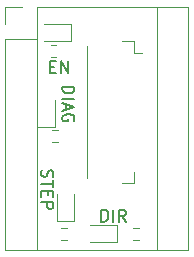
<source format=gbr>
%TF.GenerationSoftware,KiCad,Pcbnew,7.0.8*%
%TF.CreationDate,2023-12-24T03:51:33-08:00*%
%TF.ProjectId,STD Teknic Converter - R1,53544420-5465-46b6-9e69-6320436f6e76,rev?*%
%TF.SameCoordinates,Original*%
%TF.FileFunction,Legend,Top*%
%TF.FilePolarity,Positive*%
%FSLAX46Y46*%
G04 Gerber Fmt 4.6, Leading zero omitted, Abs format (unit mm)*
G04 Created by KiCad (PCBNEW 7.0.8) date 2023-12-24 03:51:33*
%MOMM*%
%LPD*%
G01*
G04 APERTURE LIST*
%ADD10C,0.203200*%
%ADD11C,0.120000*%
G04 APERTURE END LIST*
D10*
X38602588Y123705906D02*
X38602588Y124721906D01*
X38602588Y124721906D02*
X38844493Y124721906D01*
X38844493Y124721906D02*
X38989636Y124673525D01*
X38989636Y124673525D02*
X39086398Y124576763D01*
X39086398Y124576763D02*
X39134779Y124480001D01*
X39134779Y124480001D02*
X39183160Y124286477D01*
X39183160Y124286477D02*
X39183160Y124141334D01*
X39183160Y124141334D02*
X39134779Y123947810D01*
X39134779Y123947810D02*
X39086398Y123851048D01*
X39086398Y123851048D02*
X38989636Y123754287D01*
X38989636Y123754287D02*
X38844493Y123705906D01*
X38844493Y123705906D02*
X38602588Y123705906D01*
X39618588Y123705906D02*
X39618588Y124721906D01*
X40682970Y123705906D02*
X40344303Y124189715D01*
X40102398Y123705906D02*
X40102398Y124721906D01*
X40102398Y124721906D02*
X40489446Y124721906D01*
X40489446Y124721906D02*
X40586208Y124673525D01*
X40586208Y124673525D02*
X40634589Y124625144D01*
X40634589Y124625144D02*
X40682970Y124528382D01*
X40682970Y124528382D02*
X40682970Y124383239D01*
X40682970Y124383239D02*
X40634589Y124286477D01*
X40634589Y124286477D02*
X40586208Y124238096D01*
X40586208Y124238096D02*
X40489446Y124189715D01*
X40489446Y124189715D02*
X40102398Y124189715D01*
X33584287Y128069792D02*
X33535906Y127924649D01*
X33535906Y127924649D02*
X33535906Y127682744D01*
X33535906Y127682744D02*
X33584287Y127585982D01*
X33584287Y127585982D02*
X33632667Y127537601D01*
X33632667Y127537601D02*
X33729429Y127489220D01*
X33729429Y127489220D02*
X33826191Y127489220D01*
X33826191Y127489220D02*
X33922953Y127537601D01*
X33922953Y127537601D02*
X33971334Y127585982D01*
X33971334Y127585982D02*
X34019715Y127682744D01*
X34019715Y127682744D02*
X34068096Y127876268D01*
X34068096Y127876268D02*
X34116477Y127973030D01*
X34116477Y127973030D02*
X34164858Y128021411D01*
X34164858Y128021411D02*
X34261620Y128069792D01*
X34261620Y128069792D02*
X34358382Y128069792D01*
X34358382Y128069792D02*
X34455144Y128021411D01*
X34455144Y128021411D02*
X34503525Y127973030D01*
X34503525Y127973030D02*
X34551906Y127876268D01*
X34551906Y127876268D02*
X34551906Y127634363D01*
X34551906Y127634363D02*
X34503525Y127489220D01*
X34551906Y127198935D02*
X34551906Y126618363D01*
X33535906Y126908649D02*
X34551906Y126908649D01*
X34068096Y126279697D02*
X34068096Y125941030D01*
X33535906Y125795887D02*
X33535906Y126279697D01*
X33535906Y126279697D02*
X34551906Y126279697D01*
X34551906Y126279697D02*
X34551906Y125795887D01*
X33535906Y125360459D02*
X34551906Y125360459D01*
X34551906Y125360459D02*
X34551906Y124973411D01*
X34551906Y124973411D02*
X34503525Y124876649D01*
X34503525Y124876649D02*
X34455144Y124828268D01*
X34455144Y124828268D02*
X34358382Y124779887D01*
X34358382Y124779887D02*
X34213239Y124779887D01*
X34213239Y124779887D02*
X34116477Y124828268D01*
X34116477Y124828268D02*
X34068096Y124876649D01*
X34068096Y124876649D02*
X34019715Y124973411D01*
X34019715Y124973411D02*
X34019715Y125360459D01*
X35313906Y135133411D02*
X36329906Y135133411D01*
X36329906Y135133411D02*
X36329906Y134891506D01*
X36329906Y134891506D02*
X36281525Y134746363D01*
X36281525Y134746363D02*
X36184763Y134649601D01*
X36184763Y134649601D02*
X36088001Y134601220D01*
X36088001Y134601220D02*
X35894477Y134552839D01*
X35894477Y134552839D02*
X35749334Y134552839D01*
X35749334Y134552839D02*
X35555810Y134601220D01*
X35555810Y134601220D02*
X35459048Y134649601D01*
X35459048Y134649601D02*
X35362287Y134746363D01*
X35362287Y134746363D02*
X35313906Y134891506D01*
X35313906Y134891506D02*
X35313906Y135133411D01*
X35313906Y134117411D02*
X36329906Y134117411D01*
X35604191Y133681982D02*
X35604191Y133198172D01*
X35313906Y133778744D02*
X36329906Y133440077D01*
X36329906Y133440077D02*
X35313906Y133101410D01*
X36281525Y132230553D02*
X36329906Y132327315D01*
X36329906Y132327315D02*
X36329906Y132472458D01*
X36329906Y132472458D02*
X36281525Y132617601D01*
X36281525Y132617601D02*
X36184763Y132714363D01*
X36184763Y132714363D02*
X36088001Y132762744D01*
X36088001Y132762744D02*
X35894477Y132811125D01*
X35894477Y132811125D02*
X35749334Y132811125D01*
X35749334Y132811125D02*
X35555810Y132762744D01*
X35555810Y132762744D02*
X35459048Y132714363D01*
X35459048Y132714363D02*
X35362287Y132617601D01*
X35362287Y132617601D02*
X35313906Y132472458D01*
X35313906Y132472458D02*
X35313906Y132375696D01*
X35313906Y132375696D02*
X35362287Y132230553D01*
X35362287Y132230553D02*
X35410667Y132182172D01*
X35410667Y132182172D02*
X35749334Y132182172D01*
X35749334Y132182172D02*
X35749334Y132375696D01*
X34284588Y136811096D02*
X34623255Y136811096D01*
X34768398Y136278906D02*
X34284588Y136278906D01*
X34284588Y136278906D02*
X34284588Y137294906D01*
X34284588Y137294906D02*
X34768398Y137294906D01*
X35203826Y136278906D02*
X35203826Y137294906D01*
X35203826Y137294906D02*
X35784398Y136278906D01*
X35784398Y136278906D02*
X35784398Y137294906D01*
D11*
%TO.C,A1*%
X30480000Y141865000D02*
X30480000Y140465000D01*
X30480000Y139195000D02*
X30480000Y121285000D01*
X30480000Y121285000D02*
X45980000Y121285000D01*
X31880000Y141865000D02*
X30480000Y141865000D01*
X33150000Y141865000D02*
X33150000Y139195000D01*
X33150000Y139195000D02*
X30480000Y139195000D01*
X33150000Y139195000D02*
X33150000Y121285000D01*
X43310000Y141865000D02*
X43310000Y121285000D01*
X45980000Y141865000D02*
X33150000Y141865000D01*
X45980000Y121285000D02*
X45980000Y141865000D01*
%TO.C,D1*%
X36054500Y138965000D02*
X36054500Y140435000D01*
X36054500Y140435000D02*
X33769500Y140435000D01*
X33769500Y138965000D02*
X36054500Y138965000D01*
%TO.C,R5*%
X41766258Y122159500D02*
X41291742Y122159500D01*
X41766258Y123204500D02*
X41291742Y123204500D01*
%TO.C,D2*%
X34825000Y123737000D02*
X36295000Y123737000D01*
X36295000Y123737000D02*
X36295000Y126022000D01*
X34825000Y126022000D02*
X34825000Y123737000D01*
%TO.C,R4*%
X35195742Y123204500D02*
X35670258Y123204500D01*
X35195742Y122159500D02*
X35670258Y122159500D01*
%TO.C,R6*%
X34908258Y130414500D02*
X34433742Y130414500D01*
X34908258Y131459500D02*
X34433742Y131459500D01*
%TO.C,R3*%
X34306742Y138698500D02*
X34781258Y138698500D01*
X34306742Y137653500D02*
X34781258Y137653500D01*
%TO.C,J1*%
X40392000Y126984000D02*
X41342000Y126984000D01*
X41342000Y126984000D02*
X41342000Y127934000D01*
X41342000Y138004000D02*
X42032000Y138004000D01*
X37422000Y138584000D02*
X37422000Y127354000D01*
X40392000Y138954000D02*
X41342000Y138954000D01*
X41342000Y138954000D02*
X41342000Y138004000D01*
%TO.C,D3*%
X39966000Y121947000D02*
X39966000Y123417000D01*
X39966000Y123417000D02*
X37681000Y123417000D01*
X37681000Y121947000D02*
X39966000Y121947000D01*
%TO.C,D4*%
X33174000Y131738000D02*
X34644000Y131738000D01*
X34644000Y131738000D02*
X34644000Y134023000D01*
X33174000Y134023000D02*
X33174000Y131738000D01*
%TD*%
M02*

</source>
